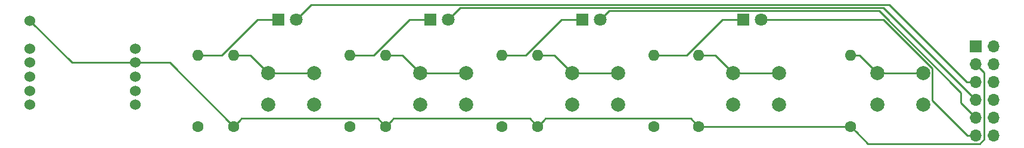
<source format=gtl>
G04 #@! TF.GenerationSoftware,KiCad,Pcbnew,5.1.5+dfsg1-2build2*
G04 #@! TF.CreationDate,2021-12-17T12:38:29-06:00*
G04 #@! TF.ProjectId,programming-board,70726f67-7261-46d6-9d69-6e672d626f61,rev?*
G04 #@! TF.SameCoordinates,Original*
G04 #@! TF.FileFunction,Copper,L1,Top*
G04 #@! TF.FilePolarity,Positive*
%FSLAX46Y46*%
G04 Gerber Fmt 4.6, Leading zero omitted, Abs format (unit mm)*
G04 Created by KiCad (PCBNEW 5.1.5+dfsg1-2build2) date 2021-12-17 12:38:29*
%MOMM*%
%LPD*%
G04 APERTURE LIST*
%ADD10C,1.524000*%
%ADD11R,1.800000X1.800000*%
%ADD12C,1.800000*%
%ADD13R,1.700000X1.700000*%
%ADD14O,1.700000X1.700000*%
%ADD15C,1.600000*%
%ADD16O,1.600000X1.600000*%
%ADD17C,2.000000*%
%ADD18C,0.250000*%
G04 APERTURE END LIST*
D10*
X75170000Y-73820000D03*
X75170000Y-77820000D03*
X75170000Y-79820000D03*
X75170000Y-81820000D03*
X75170000Y-83820000D03*
X75170000Y-85820000D03*
X90170000Y-85820000D03*
X90170000Y-83820000D03*
X90170000Y-81820000D03*
X90170000Y-79820000D03*
X90170000Y-77820000D03*
D11*
X110490000Y-73660000D03*
D12*
X113030000Y-73660000D03*
X134620000Y-73660000D03*
D11*
X132080000Y-73660000D03*
X153670000Y-73660000D03*
D12*
X156210000Y-73660000D03*
X179070000Y-73660000D03*
D11*
X176530000Y-73660000D03*
D13*
X209550000Y-77470000D03*
D14*
X212090000Y-77470000D03*
X209550000Y-80010000D03*
X212090000Y-80010000D03*
X209550000Y-82550000D03*
X212090000Y-82550000D03*
X209550000Y-85090000D03*
X212090000Y-85090000D03*
X209550000Y-87630000D03*
X212090000Y-87630000D03*
X209550000Y-90170000D03*
X212090000Y-90170000D03*
D15*
X99060000Y-88900000D03*
D16*
X99060000Y-78740000D03*
X120650000Y-78740000D03*
D15*
X120650000Y-88900000D03*
X142240000Y-88900000D03*
D16*
X142240000Y-78740000D03*
X163830000Y-78740000D03*
D15*
X163830000Y-88900000D03*
X104140000Y-88900000D03*
D16*
X104140000Y-78740000D03*
D15*
X125730000Y-88900000D03*
D16*
X125730000Y-78740000D03*
X147320000Y-78740000D03*
D15*
X147320000Y-88900000D03*
D16*
X170180000Y-78740000D03*
D15*
X170180000Y-88900000D03*
X191770000Y-88900000D03*
D16*
X191770000Y-78740000D03*
D17*
X115570000Y-81280000D03*
X115570000Y-85780000D03*
X109070000Y-81280000D03*
X109070000Y-85780000D03*
X130660000Y-85780000D03*
X130660000Y-81280000D03*
X137160000Y-85780000D03*
X137160000Y-81280000D03*
X158750000Y-81280000D03*
X158750000Y-85780000D03*
X152250000Y-81280000D03*
X152250000Y-85780000D03*
X175110000Y-85780000D03*
X175110000Y-81280000D03*
X181610000Y-85780000D03*
X181610000Y-81280000D03*
X195580000Y-85780000D03*
X195580000Y-81280000D03*
X202080000Y-85780000D03*
X202080000Y-81280000D03*
D18*
X109340000Y-73660000D02*
X110490000Y-73660000D01*
X107554998Y-73660000D02*
X109340000Y-73660000D01*
X102474998Y-78740000D02*
X107554998Y-73660000D01*
X99060000Y-78740000D02*
X102474998Y-78740000D01*
X209550000Y-82550000D02*
X208280000Y-82550000D01*
X113929999Y-72760001D02*
X113030000Y-73660000D01*
X115155021Y-71534979D02*
X113929999Y-72760001D01*
X197264979Y-71534979D02*
X115155021Y-71534979D01*
X208280000Y-82550000D02*
X197264979Y-71534979D01*
X135519999Y-72760001D02*
X134620000Y-73660000D01*
X136295011Y-71984989D02*
X135519999Y-72760001D01*
X196444989Y-71984989D02*
X136295011Y-71984989D01*
X209550000Y-85090000D02*
X196444989Y-71984989D01*
X130930000Y-73660000D02*
X132080000Y-73660000D01*
X129144998Y-73660000D02*
X130930000Y-73660000D01*
X124064998Y-78740000D02*
X129144998Y-73660000D01*
X120650000Y-78740000D02*
X124064998Y-78740000D01*
X152520000Y-73660000D02*
X153670000Y-73660000D01*
X150734998Y-73660000D02*
X152520000Y-73660000D01*
X145654998Y-78740000D02*
X150734998Y-73660000D01*
X142240000Y-78740000D02*
X145654998Y-78740000D01*
X157109999Y-72760001D02*
X156210000Y-73660000D01*
X157435001Y-72434999D02*
X157109999Y-72760001D01*
X195832411Y-72434999D02*
X157435001Y-72434999D01*
X207460009Y-84062597D02*
X195832411Y-72434999D01*
X207460009Y-85540009D02*
X207460009Y-84062597D01*
X209550000Y-87630000D02*
X207460009Y-85540009D01*
X180342792Y-73660000D02*
X179070000Y-73660000D01*
X196421002Y-73660000D02*
X180342792Y-73660000D01*
X203405001Y-80643999D02*
X196421002Y-73660000D01*
X203405001Y-85227082D02*
X203405001Y-80643999D01*
X208347919Y-90170000D02*
X203405001Y-85227082D01*
X209550000Y-90170000D02*
X208347919Y-90170000D01*
X175380000Y-73660000D02*
X176530000Y-73660000D01*
X173594998Y-73660000D02*
X175380000Y-73660000D01*
X168514998Y-78740000D02*
X173594998Y-73660000D01*
X163830000Y-78740000D02*
X168514998Y-78740000D01*
X106530000Y-78740000D02*
X109070000Y-81280000D01*
X104140000Y-78740000D02*
X106530000Y-78740000D01*
X109070000Y-81280000D02*
X115570000Y-81280000D01*
X191770000Y-88900000D02*
X170180000Y-88900000D01*
X148119999Y-88100001D02*
X147320000Y-88900000D01*
X148445001Y-87774999D02*
X148119999Y-88100001D01*
X169054999Y-87774999D02*
X148445001Y-87774999D01*
X170180000Y-88900000D02*
X169054999Y-87774999D01*
X126529999Y-88100001D02*
X125730000Y-88900000D01*
X126855001Y-87774999D02*
X126529999Y-88100001D01*
X146194999Y-87774999D02*
X126855001Y-87774999D01*
X147320000Y-88900000D02*
X146194999Y-87774999D01*
X104939999Y-88100001D02*
X104140000Y-88900000D01*
X105265001Y-87774999D02*
X104939999Y-88100001D01*
X124604999Y-87774999D02*
X105265001Y-87774999D01*
X125730000Y-88900000D02*
X124604999Y-87774999D01*
X95060000Y-79820000D02*
X90170000Y-79820000D01*
X104140000Y-88900000D02*
X95060000Y-79820000D01*
X81170000Y-79820000D02*
X75170000Y-73820000D01*
X90170000Y-79820000D02*
X81170000Y-79820000D01*
X192569999Y-89699999D02*
X191770000Y-88900000D01*
X194215001Y-91345001D02*
X192569999Y-89699999D01*
X210114001Y-91345001D02*
X194215001Y-91345001D01*
X210725001Y-90734001D02*
X210114001Y-91345001D01*
X210725001Y-81185001D02*
X210725001Y-90734001D01*
X209550000Y-80010000D02*
X210725001Y-81185001D01*
X128120000Y-78740000D02*
X130660000Y-81280000D01*
X125730000Y-78740000D02*
X128120000Y-78740000D01*
X130660000Y-81280000D02*
X137160000Y-81280000D01*
X149710000Y-78740000D02*
X152250000Y-81280000D01*
X147320000Y-78740000D02*
X149710000Y-78740000D01*
X152250000Y-81280000D02*
X158750000Y-81280000D01*
X172570000Y-78740000D02*
X175110000Y-81280000D01*
X170180000Y-78740000D02*
X172570000Y-78740000D01*
X175110000Y-81280000D02*
X181610000Y-81280000D01*
X193040000Y-78740000D02*
X195580000Y-81280000D01*
X191770000Y-78740000D02*
X193040000Y-78740000D01*
X195580000Y-81280000D02*
X202080000Y-81280000D01*
M02*

</source>
